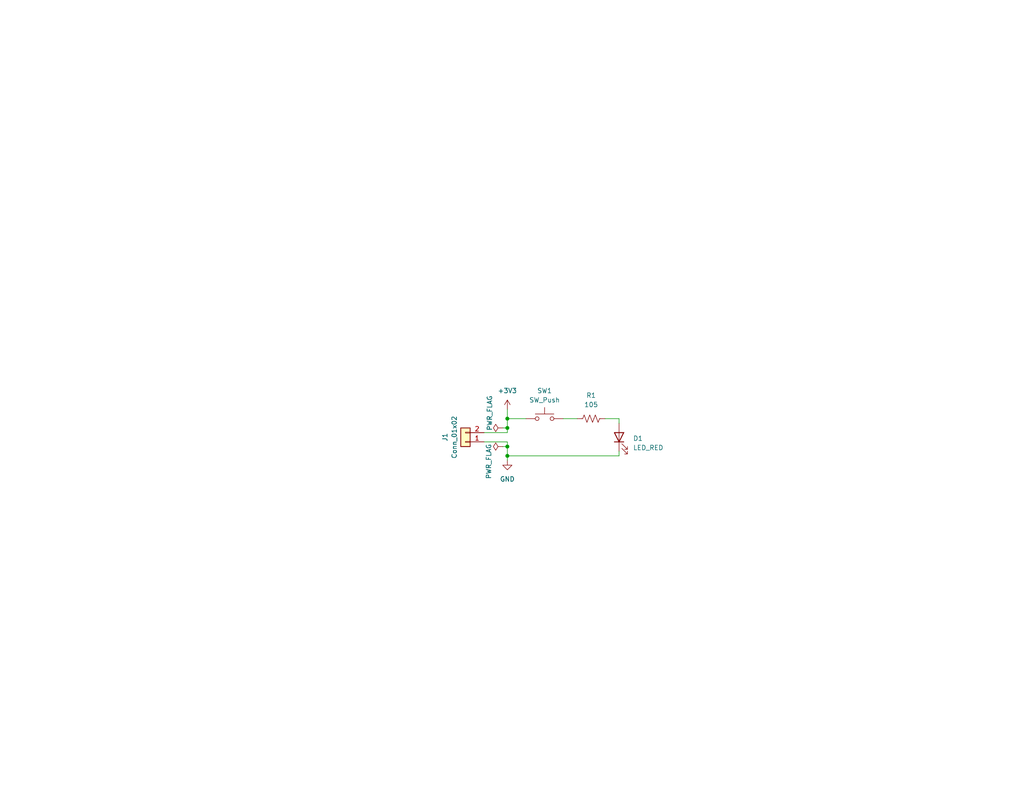
<source format=kicad_sch>
(kicad_sch (version 20231120) (generator "eeschema") (generator_version "8.0")
  (paper "USLetter")
  (title_block (title "LED Circuit") (date "2024-09-10") (rev "0.0") (company "Illini Solar Car") (comment 1 "Designed By: Ben Zhao"))
  (lib_symbols
    (symbol "Connector_Generic:Conn_01x02" (pin_names (offset 1.016) hide)
      (property "Reference" "J" (at 0 2.54 0))
      (property "Value" "Conn_01x02" (at 0 -5.08 0))
      (symbol "Conn_01x02_1_1"
        (rectangle (start -1.27 -2.413) (end 0 -2.667) (stroke (width 0.1524)))
        (rectangle (start -1.27 0.127) (end 0 -0.127) (stroke (width 0.1524)))
        (rectangle (start -1.27 1.27) (end 1.27 -3.81) (stroke (width 0.254)) (fill (type background)))
        (pin passive line (at -5.08 0 0) (length 3.81) (name "Pin_1") (number "1"))
        (pin passive line (at -5.08 -2.54 0) (length 3.81) (name "Pin_2") (number "2"))
      )
    )
    (symbol "Switch:SW_Push" (pin_numbers hide) (pin_names (offset 1.016) hide)
      (property "Reference" "SW" (at 1.27 2.54 0))
      (property "Value" "SW_Push" (at 0 -1.524 0))
      (symbol "SW_Push_0_1"
        (circle (center -2.032 0) (radius 0.508))
        (polyline (pts (xy 0 1.27) (xy 0 3.048)))
        (polyline (pts (xy 2.54 1.27) (xy -2.54 1.27)))
        (circle (center 2.032 0) (radius 0.508))
        (pin passive line (at -5.08 0 0) (length 2.54) (name "1") (number "1"))
        (pin passive line (at 5.08 0 180) (length 2.54) (name "2") (number "2"))
      )
    )
    (symbol "device:LED" (pin_numbers hide) (pin_names (offset 1.016) hide)
      (property "Reference" "D" (at 0 2.54 0))
      (property "Value" "LED" (at 0 -2.54 0))
      (symbol "LED_0_1"
        (polyline (pts (xy -1.27 -1.27) (xy -1.27 1.27)) (stroke (width 0.254)))
        (polyline (pts (xy -1.27 0) (xy 1.27 0)))
        (polyline (pts (xy 1.27 -1.27) (xy 1.27 1.27) (xy -1.27 0) (xy 1.27 -1.27)) (stroke (width 0.254)))
        (polyline (pts (xy -3.048 -0.762) (xy -4.572 -2.286) (xy -3.81 -2.286) (xy -4.572 -2.286) (xy -4.572 -1.524)))
        (polyline (pts (xy -1.778 -0.762) (xy -3.302 -2.286) (xy -2.54 -2.286) (xy -3.302 -2.286) (xy -3.302 -1.524)))
      )
      (symbol "LED_1_1"
        (pin passive line (at -3.81 0 0) (length 2.54) (name "K") (number "1"))
        (pin passive line (at 3.81 0 180) (length 2.54) (name "A") (number "2"))
      )
    )
    (symbol "device:R_US" (pin_numbers hide) (pin_names (offset 0))
      (property "Reference" "R" (at 2.54 0 90))
      (property "Value" "R_US" (at -2.54 0 90))
      (symbol "R_US_0_1"
        (polyline (pts (xy 0 -2.286) (xy 0 -2.54)))
        (polyline (pts (xy 0 2.286) (xy 0 2.54)))
        (polyline (pts (xy 0 -0.762) (xy 1.016 -1.143) (xy 0 -1.524) (xy -1.016 -1.905) (xy 0 -2.286)))
        (polyline (pts (xy 0 0.762) (xy 1.016 0.381) (xy 0 0) (xy -1.016 -0.381) (xy 0 -0.762)))
        (polyline (pts (xy 0 2.286) (xy 1.016 1.905) (xy 0 1.524) (xy -1.016 1.143) (xy 0 0.762)))
      )
      (symbol "R_US_1_1"
        (pin passive line (at 0 3.81 270) (length 1.27) (name "~") (number "1"))
        (pin passive line (at 0 -3.81 90) (length 1.27) (name "~") (number "2"))
      )
    )
    (symbol "power:+3V3" (power) (pin_names (offset 0))
      (property "Value" "+3V3" (at 0 3.556 0))
      (symbol "+3V3_0_1"
        (polyline (pts (xy -0.762 1.27) (xy 0 2.54)))
        (polyline (pts (xy 0 0) (xy 0 2.54)))
        (polyline (pts (xy 0 2.54) (xy 0.762 1.27)))
      )
      (symbol "+3V3_1_1"
        (pin power_in line (at 0 0 90) (length 0) hide (name "+3V3") (number "1"))
      )
    )
    (symbol "power:GND" (power) (pin_names (offset 0))
      (property "Value" "GND" (at 0 -3.81 0))
      (symbol "GND_0_1"
        (polyline (pts (xy 0 0) (xy 0 -1.27) (xy 1.27 -1.27) (xy 0 -2.54) (xy -1.27 -1.27) (xy 0 -1.27)))
      )
      (symbol "GND_1_1"
        (pin power_in line (at 0 0 270) (length 0) hide (name "GND") (number "1"))
      )
    )
    (symbol "power:PWR_FLAG" (power) (pin_numbers hide) (pin_names (offset 0) hide)
      (property "Value" "PWR_FLAG" (at 0 3.81 0))
      (symbol "PWR_FLAG_0_0"
        (pin power_out line (at 0 0 90) (length 0) (name "pwr") (number "1"))
      )
      (symbol "PWR_FLAG_0_1"
        (polyline (pts (xy 0 0) (xy 0 1.27) (xy -1.016 1.905) (xy 0 2.54) (xy 1.016 1.905) (xy 0 1.27)))
      )
    )
  )
  (junction (at 138.43 124.46))
  (junction (at 138.43 116.84))
  (junction (at 138.43 114.3))
  (junction (at 138.43 121.92))
  (wire (pts (xy 137.16 121.92) (xy 138.43 121.92)))
  (wire (pts (xy 138.43 124.46) (xy 168.91 124.46)))
  (wire (pts (xy 168.91 123.19) (xy 168.91 124.46)))
  (wire (pts (xy 138.43 111.76) (xy 138.43 114.3)))
  (wire (pts (xy 138.43 124.46) (xy 138.43 125.73)))
  (wire (pts (xy 132.08 118.11) (xy 138.43 118.11)))
  (wire (pts (xy 168.91 114.3) (xy 168.91 115.57)))
  (wire (pts (xy 138.43 114.3) (xy 138.43 116.84)))
  (wire (pts (xy 137.16 116.84) (xy 138.43 116.84)))
  (wire (pts (xy 153.67 114.3) (xy 157.48 114.3)))
  (wire (pts (xy 165.1 114.3) (xy 168.91 114.3)))
  (wire (pts (xy 138.43 120.65) (xy 138.43 121.92)))
  (wire (pts (xy 138.43 121.92) (xy 138.43 124.46)))
  (wire (pts (xy 138.43 114.3) (xy 143.51 114.3)))
  (wire (pts (xy 138.43 116.84) (xy 138.43 118.11)))
  (wire (pts (xy 132.08 120.65) (xy 138.43 120.65)))
  (symbol (lib_id "Switch:SW_Push") (at 148.59 114.3 0) (unit 1)
    (property "Reference" "SW1" (at 148.59 106.68 0))
    (property "Value" "SW_Push" (at 148.59 109.22 0))
    (property "Footprint" "Button_Switch_SMD:SW_DIP_SPSTx01_Slide_6.7x4.1mm_W8.61mm_P2.54mm_LowProfile" (effects (hide yes)))
    (property "Datasheet" "https://www.te.com/usa-en/product-1825910-6.datasheet.pdf" (effects (hide yes)))
    (property "Description" "Push button switch, generic, two pins" (effects (hide yes)))
    (property "MPN" "1825910-6" (effects (hide yes)))
  )
  (symbol (lib_id "power:+3V3") (at 138.43 111.76 0) (unit 1)
    (property "Reference" "#PWR01" (effects (hide yes)))
    (property "Value" "+3V3" (at 138.43 106.68 0))
    (property "Description" "Power symbol creates a global label with name \"+3V3\"" (effects (hide yes)))
  )
  (symbol (lib_id "power:GND") (at 138.43 125.73 0) (unit 1)
    (property "Reference" "#PWR02" (effects (hide yes)))
    (property "Value" "GND" (at 138.43 130.81 0))
    (property "Description" "Power symbol creates a global label with name \"GND\" , ground" (effects (hide yes)))
  )
  (symbol (lib_id "Connector_Generic:Conn_01x02") (at 127 120.65 180) (unit 1)
    (property "Reference" "J1" (at 121.412 119.38 90))
    (property "Value" "Conn_01x02" (at 123.952 119.38 90))
    (property "Footprint" "Connector_Molex:Molex_KK-254_AE-6410-02A_1x02_P2.54mm_Vertical" (effects (hide yes)))
    (property "Datasheet" "https://www.molex.com/pdm_docs/sd/022272021_sd.pdf" (effects (hide yes)))
    (property "Description" "Generic connector, single row, 01x02, script generated (kicad-library-utils/schlib/autogen/connector/)" (effects (hide yes)))
    (property "MPN" "0022272021" (effects (hide yes)))
  )
  (symbol (lib_id "power:PWR_FLAG") (at 137.16 116.84 90) (unit 1)
    (property "Reference" "#FLG01" (effects (hide yes)))
    (property "Value" "PWR_FLAG" (at 133.604 117.602 0) (effects (justify left)))
    (property "Description" "Special symbol for telling ERC where power comes from" (effects (hide yes)))
  )
  (symbol (lib_id "power:PWR_FLAG") (at 137.16 121.92 90) (unit 1)
    (property "Reference" "#FLG02" (effects (hide yes)))
    (property "Value" "PWR_FLAG" (at 133.35 130.81 0) (effects (justify left)))
    (property "Description" "Special symbol for telling ERC where power comes from" (effects (hide yes)))
  )
  (symbol (lib_id "device:R_US") (at 161.29 114.3 90) (unit 1)
    (property "Reference" "R1" (at 161.29 107.95 90))
    (property "Value" "105" (at 161.29 110.49 90))
    (property "Footprint" "Resistor_SMD:R_0603_1608Metric_Pad0.98x0.95mm_HandSolder" (effects (hide yes)))
    (property "Description" "Resistor, US symbol" (effects (hide yes)))
  )
  (symbol (lib_id "device:LED") (at 168.91 119.38 90) (unit 1)
    (property "Reference" "D1" (at 172.72 119.6974 90) (effects (justify right)))
    (property "Value" "LED_RED" (at 172.72 122.2374 90) (effects (justify right)))
    (property "Footprint" "layout:LED_0603_Symbol_on_F.SilkS" (effects (hide yes)))
    (property "Description" "Light emitting diode" (effects (hide yes)))
  )
)
</source>
